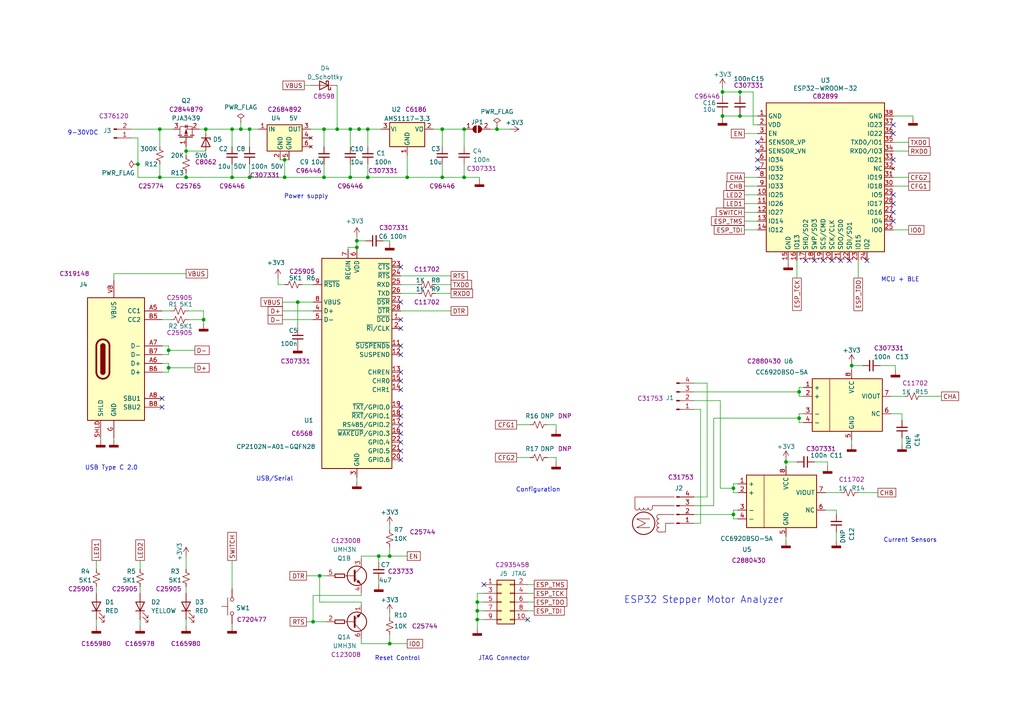
<source format=kicad_sch>
(kicad_sch (version 20211123) (generator eeschema)
  (paper "A4")
  (junction (at 82.55 46.355))
  (junction (at 212.725 141.605))
  (junction (at 48.895 106.68))
  (junction (at 48.895 101.6))
  (junction (at 138.43 177.165))
  (junction (at 93.98 37.465))
  (junction (at 46.355 37.465))
  (junction (at 53.975 51.435))
  (junction (at 97.79 37.465))
  (junction (at 227.965 133.985))
  (junction (at 209.55 33.655))
  (junction (at 113.03 186.69))
  (junction (at 144.145 37.465))
  (junction (at 138.43 174.625))
  (junction (at 106.68 37.465))
  (junction (at 40.005 47.625))
  (junction (at 212.725 149.225))
  (junction (at 59.055 92.71))
  (junction (at 103.505 71.755))
  (junction (at 231.775 113.665))
  (junction (at 109.855 161.29))
  (junction (at 138.43 179.705))
  (junction (at 72.39 51.435))
  (junction (at 69.85 37.465))
  (junction (at 247.015 106.045))
  (junction (at 101.6 51.435))
  (junction (at 72.39 37.465))
  (junction (at 214.63 33.655))
  (junction (at 103.505 69.85))
  (junction (at 134.62 37.465))
  (junction (at 93.98 51.435))
  (junction (at 113.03 161.29))
  (junction (at 134.62 51.435))
  (junction (at 214.63 26.67))
  (junction (at 90.805 180.34))
  (junction (at 101.6 37.465))
  (junction (at 209.55 26.67))
  (junction (at 118.11 51.435))
  (junction (at 59.69 37.465))
  (junction (at 128.27 37.465))
  (junction (at 53.975 43.815))
  (junction (at 106.68 51.435))
  (junction (at 128.27 51.435))
  (junction (at 92.71 167.005))
  (junction (at 67.31 51.435))
  (junction (at 46.355 51.435))
  (junction (at 231.775 121.285))
  (junction (at 104.14 37.465))
  (junction (at 82.55 51.435))
  (junction (at 67.31 37.465))
  (junction (at 86.36 87.63))
  (no_connect (at 219.71 48.895))
  (no_connect (at 219.71 41.275))
  (no_connect (at 219.71 43.815))
  (no_connect (at 219.71 46.355))
  (no_connect (at 233.68 75.565))
  (no_connect (at 236.22 75.565))
  (no_connect (at 259.08 46.355))
  (no_connect (at 259.08 38.735))
  (no_connect (at 259.08 36.195))
  (no_connect (at 238.76 75.565))
  (no_connect (at 241.3 75.565))
  (no_connect (at 243.84 75.565))
  (no_connect (at 246.38 75.565))
  (no_connect (at 259.08 56.515))
  (no_connect (at 259.08 64.135))
  (no_connect (at 259.08 61.595))
  (no_connect (at 259.08 59.055))
  (no_connect (at 116.205 130.81))
  (no_connect (at 116.205 77.47))
  (no_connect (at 46.99 118.11))
  (no_connect (at 251.46 75.565))
  (no_connect (at 46.99 115.57))
  (no_connect (at 116.205 118.11))
  (no_connect (at 116.205 87.63))
  (no_connect (at 116.205 120.65))
  (no_connect (at 116.205 125.73))
  (no_connect (at 116.205 123.19))
  (no_connect (at 116.205 95.25))
  (no_connect (at 116.205 128.27))
  (no_connect (at 116.205 107.95))
  (no_connect (at 116.205 133.35))
  (no_connect (at 116.205 92.71))
  (no_connect (at 116.205 100.33))
  (no_connect (at 153.035 179.705))
  (no_connect (at 116.205 113.03))
  (no_connect (at 140.335 169.545))
  (no_connect (at 116.205 110.49))
  (no_connect (at 116.205 102.87))
  (wire (pts (xy 53.975 43.815) (xy 59.69 43.815)))
  (wire (pts (xy 90.805 180.34) (xy 94.615 180.34)))
  (wire (pts (xy 228.6 75.565) (xy 228.6 76.2)))
  (wire (pts (xy 104.775 185.42) (xy 104.775 186.69)))
  (wire (pts (xy 212.725 142.875) (xy 213.995 142.875)))
  (wire (pts (xy 259.08 43.815) (xy 263.525 43.815)))
  (wire (pts (xy 248.92 75.565) (xy 248.92 80.645)))
  (wire (pts (xy 213.995 140.335) (xy 212.725 140.335)))
  (wire (pts (xy 201.295 151.765) (xy 203.2 151.765)))
  (wire (pts (xy 247.015 127.635) (xy 247.015 128.905)))
  (wire (pts (xy 214.63 33.02) (xy 214.63 33.655)))
  (wire (pts (xy 29.21 127) (xy 29.21 127.635)))
  (wire (pts (xy 81.915 87.63) (xy 86.36 87.63)))
  (wire (pts (xy 134.62 51.435) (xy 139.065 51.435)))
  (wire (pts (xy 86.36 87.63) (xy 90.805 87.63)))
  (wire (pts (xy 100.965 71.755) (xy 100.965 72.39)))
  (wire (pts (xy 258.445 114.935) (xy 262.255 114.935)))
  (wire (pts (xy 53.975 165.1) (xy 53.975 161.29)))
  (wire (pts (xy 128.27 47.625) (xy 128.27 51.435)))
  (wire (pts (xy 72.39 37.465) (xy 74.93 37.465)))
  (wire (pts (xy 233.045 120.015) (xy 231.775 120.015)))
  (wire (pts (xy 109.855 161.29) (xy 109.855 163.195)))
  (wire (pts (xy 219.71 36.195) (xy 218.44 36.195)))
  (wire (pts (xy 138.43 172.085) (xy 138.43 174.625)))
  (wire (pts (xy 144.145 37.465) (xy 147.955 37.465)))
  (wire (pts (xy 149.86 132.715) (xy 153.67 132.715)))
  (wire (pts (xy 153.035 177.165) (xy 154.94 177.165)))
  (wire (pts (xy 48.895 105.41) (xy 48.895 106.68)))
  (wire (pts (xy 248.92 142.875) (xy 254.635 142.875)))
  (wire (pts (xy 267.335 114.935) (xy 273.05 114.935)))
  (wire (pts (xy 93.98 47.625) (xy 93.98 51.435)))
  (wire (pts (xy 106.045 69.85) (xy 103.505 69.85)))
  (wire (pts (xy 67.31 37.465) (xy 69.85 37.465)))
  (wire (pts (xy 118.11 51.435) (xy 128.27 51.435)))
  (wire (pts (xy 231.775 120.015) (xy 231.775 121.285)))
  (wire (pts (xy 227.965 155.575) (xy 227.965 156.845)))
  (wire (pts (xy 87.63 82.55) (xy 90.805 82.55)))
  (wire (pts (xy 48.895 106.68) (xy 48.895 107.95)))
  (wire (pts (xy 59.055 92.71) (xy 59.055 90.17)))
  (wire (pts (xy 97.79 24.765) (xy 97.79 37.465)))
  (wire (pts (xy 134.62 47.625) (xy 134.62 51.435)))
  (wire (pts (xy 207.01 121.285) (xy 231.775 121.285)))
  (wire (pts (xy 72.39 37.465) (xy 72.39 42.545)))
  (wire (pts (xy 139.065 51.435) (xy 139.065 52.07)))
  (wire (pts (xy 59.055 92.71) (xy 59.055 93.98)))
  (wire (pts (xy 231.775 122.555) (xy 233.045 122.555)))
  (wire (pts (xy 40.64 179.705) (xy 40.64 181.61)))
  (wire (pts (xy 113.03 161.29) (xy 118.11 161.29)))
  (wire (pts (xy 90.17 37.465) (xy 93.98 37.465)))
  (wire (pts (xy 88.9 180.34) (xy 90.805 180.34)))
  (wire (pts (xy 209.55 27.94) (xy 209.55 26.67)))
  (wire (pts (xy 101.6 42.545) (xy 101.6 37.465)))
  (wire (pts (xy 53.975 43.815) (xy 53.975 45.085)))
  (wire (pts (xy 69.85 37.465) (xy 72.39 37.465)))
  (wire (pts (xy 259.08 51.435) (xy 263.525 51.435)))
  (wire (pts (xy 40.005 40.005) (xy 40.005 47.625)))
  (wire (pts (xy 53.975 51.435) (xy 67.31 51.435)))
  (wire (pts (xy 59.69 37.465) (xy 67.31 37.465)))
  (wire (pts (xy 82.55 51.435) (xy 93.98 51.435)))
  (wire (pts (xy 239.395 147.955) (xy 242.57 147.955)))
  (wire (pts (xy 46.355 37.465) (xy 46.355 42.545)))
  (wire (pts (xy 231.775 112.395) (xy 231.775 113.665)))
  (wire (pts (xy 201.295 111.125) (xy 205.105 111.125)))
  (wire (pts (xy 242.57 154.305) (xy 242.57 156.845)))
  (wire (pts (xy 259.08 66.675) (xy 263.525 66.675)))
  (wire (pts (xy 93.98 42.545) (xy 93.98 37.465)))
  (wire (pts (xy 33.02 79.375) (xy 53.975 79.375)))
  (wire (pts (xy 103.505 71.755) (xy 103.505 72.39)))
  (wire (pts (xy 233.045 112.395) (xy 231.775 112.395)))
  (wire (pts (xy 67.31 37.465) (xy 67.31 42.545)))
  (wire (pts (xy 92.71 167.005) (xy 94.615 167.005)))
  (wire (pts (xy 113.03 177.8) (xy 113.03 179.07)))
  (wire (pts (xy 88.265 24.765) (xy 90.17 24.765)))
  (wire (pts (xy 113.03 158.75) (xy 113.03 161.29)))
  (wire (pts (xy 40.005 51.435) (xy 46.355 51.435)))
  (wire (pts (xy 103.505 138.43) (xy 103.505 139.7)))
  (wire (pts (xy 27.94 170.18) (xy 27.94 172.085)))
  (wire (pts (xy 27.94 165.1) (xy 27.94 162.56)))
  (wire (pts (xy 106.68 47.625) (xy 106.68 51.435)))
  (wire (pts (xy 48.895 100.33) (xy 48.895 101.6)))
  (wire (pts (xy 161.29 123.19) (xy 161.29 124.46)))
  (wire (pts (xy 255.27 106.045) (xy 259.715 106.045)))
  (wire (pts (xy 104.775 175.26) (xy 104.775 174.625)))
  (wire (pts (xy 209.55 26.67) (xy 214.63 26.67)))
  (wire (pts (xy 231.775 121.285) (xy 231.775 122.555)))
  (wire (pts (xy 138.43 179.705) (xy 140.335 179.705)))
  (wire (pts (xy 82.55 46.355) (xy 82.55 51.435)))
  (wire (pts (xy 67.31 51.435) (xy 72.39 51.435)))
  (wire (pts (xy 126.365 82.55) (xy 130.81 82.55)))
  (wire (pts (xy 227.965 133.985) (xy 227.965 135.255)))
  (wire (pts (xy 53.975 179.705) (xy 53.975 181.61)))
  (wire (pts (xy 103.505 69.85) (xy 103.505 71.755)))
  (wire (pts (xy 259.715 106.045) (xy 259.715 107.315)))
  (wire (pts (xy 50.165 37.465) (xy 46.355 37.465)))
  (wire (pts (xy 90.805 90.17) (xy 81.915 90.17)))
  (wire (pts (xy 258.445 120.015) (xy 261.62 120.015)))
  (wire (pts (xy 46.99 100.33) (xy 48.895 100.33)))
  (wire (pts (xy 113.03 186.69) (xy 118.11 186.69)))
  (wire (pts (xy 209.55 25.4) (xy 209.55 26.67)))
  (wire (pts (xy 86.36 95.25) (xy 86.36 87.63)))
  (wire (pts (xy 207.01 146.685) (xy 207.01 121.285)))
  (wire (pts (xy 116.205 82.55) (xy 121.285 82.55)))
  (wire (pts (xy 116.205 90.17) (xy 130.81 90.17)))
  (wire (pts (xy 144.145 36.83) (xy 144.145 37.465)))
  (wire (pts (xy 90.805 172.72) (xy 90.805 180.34)))
  (wire (pts (xy 201.295 118.745) (xy 203.2 118.745)))
  (wire (pts (xy 106.68 51.435) (xy 118.11 51.435)))
  (wire (pts (xy 138.43 177.165) (xy 138.43 179.705)))
  (wire (pts (xy 59.69 37.465) (xy 59.69 38.735)))
  (wire (pts (xy 215.9 51.435) (xy 219.71 51.435)))
  (wire (pts (xy 219.71 56.515) (xy 215.9 56.515)))
  (wire (pts (xy 46.355 47.625) (xy 46.355 51.435)))
  (wire (pts (xy 227.965 133.985) (xy 231.14 133.985)))
  (wire (pts (xy 48.895 107.95) (xy 46.99 107.95)))
  (wire (pts (xy 101.6 37.465) (xy 104.14 37.465)))
  (wire (pts (xy 209.55 33.02) (xy 209.55 33.655)))
  (wire (pts (xy 54.61 92.71) (xy 59.055 92.71)))
  (wire (pts (xy 212.725 150.495) (xy 213.995 150.495)))
  (wire (pts (xy 113.03 152.4) (xy 113.03 153.67)))
  (wire (pts (xy 247.015 106.045) (xy 247.015 107.315)))
  (wire (pts (xy 247.015 105.41) (xy 247.015 106.045)))
  (wire (pts (xy 53.975 50.165) (xy 53.975 51.435)))
  (wire (pts (xy 259.08 53.975) (xy 263.525 53.975)))
  (wire (pts (xy 231.775 114.935) (xy 233.045 114.935)))
  (wire (pts (xy 57.785 37.465) (xy 59.69 37.465)))
  (wire (pts (xy 153.035 169.545) (xy 154.94 169.545)))
  (wire (pts (xy 46.355 37.465) (xy 38.1 37.465)))
  (wire (pts (xy 158.75 132.715) (xy 161.29 132.715)))
  (wire (pts (xy 53.975 170.18) (xy 53.975 172.085)))
  (wire (pts (xy 209.55 33.655) (xy 214.63 33.655)))
  (wire (pts (xy 142.24 37.465) (xy 144.145 37.465)))
  (wire (pts (xy 80.645 82.55) (xy 80.645 80.645)))
  (wire (pts (xy 48.895 101.6) (xy 56.515 101.6)))
  (wire (pts (xy 134.62 42.545) (xy 134.62 37.465)))
  (wire (pts (xy 161.29 132.715) (xy 161.29 133.985)))
  (wire (pts (xy 261.62 120.015) (xy 261.62 121.92)))
  (wire (pts (xy 46.99 105.41) (xy 48.895 105.41)))
  (wire (pts (xy 48.895 101.6) (xy 48.895 102.87)))
  (wire (pts (xy 215.9 59.055) (xy 219.71 59.055)))
  (wire (pts (xy 201.295 149.225) (xy 212.725 149.225)))
  (wire (pts (xy 72.39 47.625) (xy 72.39 51.435)))
  (wire (pts (xy 205.105 111.125) (xy 205.105 144.145)))
  (wire (pts (xy 213.995 147.955) (xy 212.725 147.955)))
  (wire (pts (xy 128.27 42.545) (xy 128.27 37.465)))
  (wire (pts (xy 54.61 90.17) (xy 59.055 90.17)))
  (wire (pts (xy 149.86 123.19) (xy 153.67 123.19)))
  (wire (pts (xy 212.725 140.335) (xy 212.725 141.605)))
  (wire (pts (xy 48.895 102.87) (xy 46.99 102.87)))
  (wire (pts (xy 215.9 64.135) (xy 219.71 64.135)))
  (wire (pts (xy 106.68 37.465) (xy 110.49 37.465)))
  (wire (pts (xy 82.55 82.55) (xy 80.645 82.55)))
  (wire (pts (xy 138.43 177.165) (xy 140.335 177.165)))
  (wire (pts (xy 208.915 141.605) (xy 212.725 141.605)))
  (wire (pts (xy 88.9 167.005) (xy 92.71 167.005)))
  (wire (pts (xy 239.395 142.875) (xy 243.84 142.875)))
  (wire (pts (xy 93.98 37.465) (xy 97.79 37.465)))
  (wire (pts (xy 215.9 38.735) (xy 219.71 38.735)))
  (wire (pts (xy 33.02 79.375) (xy 33.02 81.28)))
  (wire (pts (xy 128.27 51.435) (xy 134.62 51.435)))
  (wire (pts (xy 236.22 133.985) (xy 240.03 133.985)))
  (wire (pts (xy 67.31 47.625) (xy 67.31 51.435)))
  (wire (pts (xy 90.805 92.71) (xy 81.915 92.71)))
  (wire (pts (xy 46.99 90.17) (xy 49.53 90.17)))
  (wire (pts (xy 104.775 172.72) (xy 104.775 172.085)))
  (wire (pts (xy 231.14 75.565) (xy 231.14 80.645)))
  (wire (pts (xy 92.71 174.625) (xy 92.71 167.005)))
  (wire (pts (xy 104.775 161.29) (xy 109.855 161.29)))
  (wire (pts (xy 48.895 106.68) (xy 56.515 106.68)))
  (wire (pts (xy 219.71 66.675) (xy 215.9 66.675)))
  (wire (pts (xy 116.205 80.01) (xy 130.81 80.01)))
  (wire (pts (xy 40.64 170.18) (xy 40.64 172.085)))
  (wire (pts (xy 138.43 174.625) (xy 138.43 177.165)))
  (wire (pts (xy 201.295 146.685) (xy 207.01 146.685)))
  (wire (pts (xy 104.14 36.83) (xy 104.14 37.465)))
  (wire (pts (xy 109.855 161.29) (xy 113.03 161.29)))
  (wire (pts (xy 104.775 161.925) (xy 104.775 161.29)))
  (wire (pts (xy 118.11 45.085) (xy 118.11 51.435)))
  (wire (pts (xy 116.205 85.09) (xy 121.285 85.09)))
  (wire (pts (xy 205.105 144.145) (xy 201.295 144.145)))
  (wire (pts (xy 214.63 27.94) (xy 214.63 26.67)))
  (wire (pts (xy 82.55 46.355) (xy 83.82 46.355)))
  (wire (pts (xy 67.31 170.815) (xy 67.31 162.56)))
  (wire (pts (xy 103.505 71.755) (xy 100.965 71.755)))
  (wire (pts (xy 138.43 179.705) (xy 138.43 182.245)))
  (wire (pts (xy 264.795 33.655) (xy 264.795 34.29)))
  (wire (pts (xy 214.63 33.655) (xy 219.71 33.655)))
  (wire (pts (xy 227.965 133.35) (xy 227.965 133.985)))
  (wire (pts (xy 259.08 41.275) (xy 263.525 41.275)))
  (wire (pts (xy 104.14 37.465) (xy 106.68 37.465)))
  (wire (pts (xy 111.125 69.85) (xy 113.03 69.85)))
  (wire (pts (xy 69.85 35.56) (xy 69.85 37.465)))
  (wire (pts (xy 158.75 123.19) (xy 161.29 123.19)))
  (wire (pts (xy 101.6 51.435) (xy 106.68 51.435)))
  (wire (pts (xy 104.775 172.72) (xy 90.805 172.72)))
  (wire (pts (xy 38.1 40.005) (xy 40.005 40.005)))
  (wire (pts (xy 218.44 26.67) (xy 218.44 36.195)))
  (wire (pts (xy 201.295 113.665) (xy 231.775 113.665)))
  (wire (pts (xy 153.035 174.625) (xy 154.94 174.625)))
  (wire (pts (xy 103.505 68.58) (xy 103.505 69.85)))
  (wire (pts (xy 67.31 180.975) (xy 67.31 181.61)))
  (wire (pts (xy 259.08 33.655) (xy 264.795 33.655)))
  (wire (pts (xy 40.64 165.1) (xy 40.64 162.56)))
  (wire (pts (xy 203.2 118.745) (xy 203.2 151.765)))
  (wire (pts (xy 40.005 47.625) (xy 40.005 51.435)))
  (wire (pts (xy 215.9 53.975) (xy 219.71 53.975)))
  (wire (pts (xy 93.98 51.435) (xy 101.6 51.435)))
  (wire (pts (xy 106.68 37.465) (xy 106.68 42.545)))
  (wire (pts (xy 140.335 172.085) (xy 138.43 172.085)))
  (wire (pts (xy 46.355 51.435) (xy 53.975 51.435)))
  (wire (pts (xy 212.725 147.955) (xy 212.725 149.225)))
  (wire (pts (xy 214.63 26.67) (xy 218.44 26.67)))
  (wire (pts (xy 247.015 106.045) (xy 250.19 106.045)))
  (wire (pts (xy 97.79 37.465) (xy 101.6 37.465)))
  (wire (pts (xy 128.27 37.465) (xy 134.62 37.465)))
  (wire (pts (xy 212.725 141.605) (xy 212.725 142.875)))
  (wire (pts (xy 231.775 113.665) (xy 231.775 114.935)))
  (wire (pts (xy 261.62 127) (xy 261.62 128.905)))
  (wire (pts (xy 113.03 184.15) (xy 113.03 186.69)))
  (wire (pts (xy 215.9 61.595) (xy 219.71 61.595)))
  (wire (pts (xy 53.975 42.545) (xy 53.975 43.815)))
  (wire (pts (xy 109.855 168.275) (xy 109.855 169.545)))
  (wire (pts (xy 125.73 37.465) (xy 128.27 37.465)))
  (wire (pts (xy 104.775 174.625) (xy 92.71 174.625)))
  (wire (pts (xy 242.57 147.955) (xy 242.57 149.225)))
  (wire (pts (xy 240.03 133.985) (xy 240.03 135.255)))
  (wire (pts (xy 153.035 172.085) (xy 154.94 172.085)))
  (wire (pts (xy 201.295 116.205) (xy 208.915 116.205)))
  (wire (pts (xy 104.775 186.69) (xy 113.03 186.69)))
  (wire (pts (xy 208.915 116.205) (xy 208.915 141.605)))
  (wire (pts (xy 72.39 51.435) (xy 82.55 51.435)))
  (wire (pts (xy 138.43 174.625) (xy 140.335 174.625)))
  (wire (pts (xy 101.6 47.625) (xy 101.6 51.435)))
  (wire (pts (xy 81.28 46.355) (xy 82.55 46.355)))
  (wire (pts (xy 27.94 179.705) (xy 27.94 181.61)))
  (wire (pts (xy 126.365 85.09) (xy 130.81 85.09)))
  (wire (pts (xy 113.03 69.85) (xy 113.03 70.485)))
  (wire (pts (xy 33.02 127) (xy 33.02 127.635)))
  (wire (pts (xy 209.55 33.655) (xy 209.55 34.29)))
  (wire (pts (xy 212.725 149.225) (xy 212.725 150.495)))
  (wire (pts (xy 46.99 92.71) (xy 49.53 92.71)))
  (text "Current Sensors" (at 271.78 157.48 180) (effects (font (size 1.27 1.27)) (justify right bottom)))
  (text "JTAG Connector" (at 153.67 191.77 180) (effects (font (size 1.27 1.27)) (justify right bottom)))
  (text "Configuration" (at 162.56 142.875 180) (effects (font (size 1.27 1.27)) (justify right bottom)))
  (text "USB Type C 2.0" (at 40.005 136.525 180) (effects (font (size 1.27 1.27)) (justify right bottom)))
  (text "9-30VDC" (at 28.575 39.37 180) (effects (font (size 1.27 1.27)) (justify right bottom)))
  (text "USB/Serial" (at 85.09 139.7 180) (effects (font (size 1.27 1.27)) (justify right bottom)))
  (text "Reset Control" (at 121.92 191.77 180) (effects (font (size 1.27 1.27)) (justify right bottom)))
  (text "MCU + BLE" (at 266.7 81.915 180) (effects (font (size 1.27 1.27)) (justify right bottom)))
  (text "Power supply" (at 95.25 57.785 180) (effects (font (size 1.27 1.27)) (justify right bottom)))
  (text "ESP32 Stepper Motor Analyzer" (at 227.33 175.26 180) (effects (font (size 2 2)) (justify right bottom)))
  (global_label "ESP_TDO" (shape passive) (at 248.92 80.645 270) (property "Intersheet References" "${INTERSHEET_REFS}" (effects hide)))
  (global_label "ESP_TMS" (shape passive) (at 154.94 169.545 0) (property "Intersheet References" "${INTERSHEET_REFS}" (effects hide)))
  (global_label "CHB" (shape passive) (at 215.9 53.975 180) (property "Intersheet References" "${INTERSHEET_REFS}" (effects hide)))
  (global_label "CHA" (shape passive) (at 273.05 114.935 0) (property "Intersheet References" "${INTERSHEET_REFS}" (effects hide)))
  (global_label "IO0" (shape passive) (at 118.11 186.69 0) (property "Intersheet References" "${INTERSHEET_REFS}" (effects hide)))
  (global_label "DTR" (shape passive) (at 130.81 90.17 0) (property "Intersheet References" "${INTERSHEET_REFS}" (effects hide)))
  (global_label "EN" (shape passive) (at 215.9 38.735 180) (property "Intersheet References" "${INTERSHEET_REFS}" (effects hide)))
  (global_label "LED1" (shape passive) (at 215.9 59.055 180) (property "Intersheet References" "${INTERSHEET_REFS}" (effects hide)))
  (global_label "ESP_TDI" (shape passive) (at 215.9 66.675 180) (property "Intersheet References" "${INTERSHEET_REFS}" (effects hide)))
  (global_label "LED2" (shape passive) (at 215.9 56.515 180) (property "Intersheet References" "${INTERSHEET_REFS}" (effects hide)))
  (global_label "D-" (shape passive) (at 81.915 92.71 180) (property "Intersheet References" "${INTERSHEET_REFS}" (effects hide)))
  (global_label "ESP_TCK" (shape passive) (at 231.14 80.645 270) (property "Intersheet References" "${INTERSHEET_REFS}" (effects hide)))
  (global_label "RTS" (shape passive) (at 130.81 80.01 0) (property "Intersheet References" "${INTERSHEET_REFS}" (effects hide)))
  (global_label "ESP_TDO" (shape passive) (at 154.94 174.625 0) (property "Intersheet References" "${INTERSHEET_REFS}" (effects hide)))
  (global_label "ESP_TMS" (shape passive) (at 215.9 64.135 180) (property "Intersheet References" "${INTERSHEET_REFS}" (effects hide)))
  (global_label "SWITCH" (shape passive) (at 215.9 61.595 180) (property "Intersheet References" "${INTERSHEET_REFS}" (effects hide)))
  (global_label "D+" (shape passive) (at 56.515 106.68 0) (property "Intersheet References" "${INTERSHEET_REFS}" (effects hide)))
  (global_label "ESP_TDI" (shape passive) (at 154.94 177.165 0) (property "Intersheet References" "${INTERSHEET_REFS}" (effects hide)))
  (global_label "CFG2" (shape passive) (at 149.86 132.715 180) (property "Intersheet References" "${INTERSHEET_REFS}" (effects hide)))
  (global_label "D-" (shape passive) (at 56.515 101.6 0) (property "Intersheet References" "${INTERSHEET_REFS}" (effects hide)))
  (global_label "VBUS" (shape passive) (at 53.975 79.375 0) (property "Intersheet References" "${INTERSHEET_REFS}" (effects hide)))
  (global_label "D+" (shape passive) (at 81.915 90.17 180) (property "Intersheet References" "${INTERSHEET_REFS}" (effects hide)))
  (global_label "IO0" (shape passive) (at 263.525 66.675 0) (property "Intersheet References" "${INTERSHEET_REFS}" (effects hide)))
  (global_label "EN" (shape passive) (at 118.11 161.29 0) (property "Intersheet References" "${INTERSHEET_REFS}" (effects hide)))
  (global_label "CFG1" (shape passive) (at 263.525 53.975 0) (property "Intersheet References" "${INTERSHEET_REFS}" (effects hide)))
  (global_label "CHB" (shape passive) (at 254.635 142.875 0) (property "Intersheet References" "${INTERSHEET_REFS}" (effects hide)))
  (global_label "ESP_TCK" (shape passive) (at 154.94 172.085 0) (property "Intersheet References" "${INTERSHEET_REFS}" (effects hide)))
  (global_label "LED1" (shape passive) (at 27.94 162.56 90) (property "Intersheet References" "${INTERSHEET_REFS}" (effects hide)))
  (global_label "SWITCH" (shape passive) (at 67.31 162.56 90) (property "Intersheet References" "${INTERSHEET_REFS}" (effects hide)))
  (global_label "LED2" (shape passive) (at 40.64 162.56 90) (property "Intersheet References" "${INTERSHEET_REFS}" (effects hide)))
  (global_label "RXD0" (shape passive) (at 263.525 43.815 0) (property "Intersheet References" "${INTERSHEET_REFS}" (effects hide)))
  (global_label "TXD0" (shape passive) (at 263.525 41.275 0) (property "Intersheet References" "${INTERSHEET_REFS}" (effects hide)))
  (global_label "RXD0" (shape passive) (at 130.81 85.09 0) (property "Intersheet References" "${INTERSHEET_REFS}" (effects hide)))
  (global_label "VBUS" (shape passive) (at 81.915 87.63 180) (property "Intersheet References" "${INTERSHEET_REFS}" (effects hide)))
  (global_label "CHA" (shape passive) (at 215.9 51.435 180) (property "Intersheet References" "${INTERSHEET_REFS}" (effects hide)))
  (global_label "VBUS" (shape passive) (at 88.265 24.765 180) (property "Intersheet References" "${INTERSHEET_REFS}" (effects hide)))
  (global_label "TXD0" (shape passive) (at 130.81 82.55 0) (property "Intersheet References" "${INTERSHEET_REFS}" (effects hide)))
  (global_label "RTS" (shape passive) (at 88.9 180.34 180) (property "Intersheet References" "${INTERSHEET_REFS}" (effects hide)))
  (global_label "CFG1" (shape passive) (at 149.86 123.19 180) (property "Intersheet References" "${INTERSHEET_REFS}" (effects hide)))
  (global_label "DTR" (shape passive) (at 88.9 167.005 180) (property "Intersheet References" "${INTERSHEET_REFS}" (effects hide)))
  (global_label "CFG2" (shape passive) (at 263.525 51.435 0) (property "Intersheet References" "${INTERSHEET_REFS}" (effects hide)))
  (symbol (lib_id "Device:R_Small_US") (at 52.07 92.71 270) (unit 1)
    (property "Reference" "R2" (at 50.165 94.615 90))
    (property "Value" "5K1" (at 53.975 94.615 90))
    (property "Footprint" "Resistor_SMD:R_0402_1005Metric" (effects hide))
    (property "LCSC" "C25905" (at 52.07 96.52 90))
  )
  (symbol (lib_id "Device:R_Small_US") (at 52.07 90.17 270) (unit 1)
    (property "Reference" "R1" (at 50.165 88.265 90))
    (property "Value" "5K1" (at 53.975 88.265 90))
    (property "Footprint" "Resistor_SMD:R_0402_1005Metric" (effects hide))
    (property "LCSC" "C25905" (at 52.07 86.36 90))
  )
  (symbol (lib_id "power:GNDD") (at 59.055 93.98 0) (unit 1)
    (property "Reference" "#PWR0102" (effects hide))
    (property "Value" "GNDD" (effects hide))
  )
  (symbol (lib_id "power:GNDD") (at 33.02 127.635 0) (unit 1)
    (property "Reference" "#PWR0104" (effects hide))
    (property "Value" "GNDD" (effects hide))
  )
  (symbol (lib_id "stepper_monitor:USB_C_Receptacle_USB2.0") (at 31.75 104.14 0) (unit 1)
    (property "Reference" "J4" (at 25.4 82.55 0) (effects (justify right)))
    (property "Value" "USB_C_Receptacle_USB2.0" (effects hide))
    (property "Footprint" "stepper_monitor:USB_C_Receptacle_XKB_U262-16XN-4BVC11" (effects hide))
    (property "Datasheet" "https://www.usb.org/sites/default/files/documents/usb_type-c.zip" (effects hide))
    (property "LCSC" "C319148" (at 21.59 79.375 0))
  )
  (symbol (lib_id "Device:C_Small") (at 128.27 45.085 180) (unit 1)
    (property "Reference" "C3" (at 126.365 43.18 0))
    (property "Value" "10u" (at 126.365 46.99 0))
    (property "Footprint" "Capacitor_SMD:C_0402_1005Metric" (effects hide))
    (property "LCSC" "C96446" (at 128.27 53.975 0))
  )
  (symbol (lib_id "Device:C_Small") (at 106.68 45.085 180) (unit 1)
    (property "Reference" "C1" (at 110.49 44.45 0))
    (property "Value" "100n" (at 111.125 46.99 0))
    (property "Footprint" "Capacitor_SMD:C_0402_1005Metric" (effects hide))
    (property "LCSC" "C307331" (at 111.125 49.53 0))
  )
  (symbol (lib_id "Device:C_Small") (at 134.62 45.085 180) (unit 1)
    (property "Reference" "C4" (at 138.43 43.815 0))
    (property "Value" "100n" (at 139.7 46.355 0))
    (property "Footprint" "Capacitor_SMD:C_0402_1005Metric" (effects hide))
    (property "LCSC" "C307331" (at 139.7 48.895 0))
  )
  (symbol (lib_id "power:GNDD") (at 139.065 52.07 0) (unit 1)
    (property "Reference" "#PWR0107" (effects hide))
    (property "Value" "GNDD" (effects hide))
  )
  (symbol (lib_id "power:+3V3") (at 147.955 37.465 270) (unit 1)
    (property "Reference" "#PWR0108" (effects hide))
    (property "Value" "+3V3" (at 149.225 35.56 90))
  )
  (symbol (lib_id "Device:LED") (at 53.975 175.895 90) (unit 1)
    (property "Reference" "D3" (at 56.515 174.625 90) (effects (justify right)))
    (property "Value" "RED" (at 56.515 177.165 90) (effects (justify right)))
    (property "Footprint" "stepper_probe:LED_0402_1005Metric_Pad0.77x0.64mm_HandSolder" (effects hide))
    (property "LCSC" "C165980" (at 49.53 186.69 90) (effects (justify right)))
  )
  (symbol (lib_id "Device:LED") (at 27.94 175.895 90) (unit 1)
    (property "Reference" "D1" (at 30.48 174.625 90) (effects (justify right)))
    (property "Value" "RED" (at 30.48 177.165 90) (effects (justify right)))
    (property "Footprint" "stepper_probe:LED_0402_1005Metric_Pad0.77x0.64mm_HandSolder" (effects hide))
    (property "LCSC" "C165980" (at 23.495 186.69 90) (effects (justify right)))
  )
  (symbol (lib_id "Device:R_Small_US") (at 53.975 167.64 180) (unit 1)
    (property "Reference" "R3" (at 50.8 165.735 0))
    (property "Value" "5K1" (at 50.8 168.275 0))
    (property "Footprint" "Resistor_SMD:R_0402_1005Metric" (effects hide))
    (property "LCSC" "C25905" (at 48.895 170.815 0))
  )
  (symbol (lib_id "Device:R_Small_US") (at 27.94 167.64 180) (unit 1)
    (property "Reference" "R4" (at 24.765 165.735 0))
    (property "Value" "5K1" (at 24.765 168.275 0))
    (property "Footprint" "Resistor_SMD:R_0402_1005Metric" (effects hide))
    (property "LCSC" "C25905" (at 23.495 170.815 0))
  )
  (symbol (lib_id "power:GNDD") (at 53.975 181.61 0) (unit 1)
    (property "Reference" "#PWR0109" (effects hide))
    (property "Value" "GNDD" (effects hide))
  )
  (symbol (lib_id "power:GNDD") (at 27.94 181.61 0) (unit 1)
    (property "Reference" "#PWR0110" (effects hide))
    (property "Value" "GNDD" (effects hide))
  )
  (symbol (lib_id "Device:LED") (at 40.64 175.895 90) (unit 1)
    (property "Reference" "D2" (at 43.815 174.625 90) (effects (justify right)))
    (property "Value" "YELLOW" (at 43.815 177.165 90) (effects (justify right)))
    (property "Footprint" "stepper_probe:LED_0402_1005Metric_Pad0.77x0.64mm_HandSolder" (effects hide))
    (property "LCSC" "C165978" (at 36.195 186.69 90) (effects (justify right)))
  )
  (symbol (lib_id "Device:R_Small_US") (at 40.64 167.64 180) (unit 1)
    (property "Reference" "R5" (at 38.1 165.735 0))
    (property "Value" "5K1" (at 37.465 168.275 0))
    (property "Footprint" "Resistor_SMD:R_0402_1005Metric" (effects hide))
    (property "LCSC" "C25905" (at 36.195 170.815 0))
  )
  (symbol (lib_id "power:GNDD") (at 40.64 181.61 0) (unit 1)
    (property "Reference" "#PWR0111" (effects hide))
    (property "Value" "GNDD" (effects hide))
  )
  (symbol (lib_id "power:+3V3") (at 53.975 161.29 0) (unit 1)
    (property "Reference" "#PWR0112" (effects hide))
    (property "Value" "+3V3" (at 52.07 160.02 90))
  )
  (symbol (lib_id "stepper_monitor:ESP32-WROOM-32D") (at 269.24 57.785 0) (unit 1)
    (property "Reference" "U3" (at 239.395 23.3172 0))
    (property "Value" "ESP32-WROOM-32" (at 239.395 25.6286 0))
    (property "Footprint" "stepper_monitor:ESP32-WROOM-32" (effects hide))
    (property "Datasheet" "https://www.espressif.com/sites/default/files/documentation/esp32-wroom-32d_esp32-wroom-32u_datasheet_en.pdf" (effects hide))
    (property "LCSC" "C82899" (at 239.395 27.94 0))
  )
  (symbol (lib_id "power:GNDD") (at 228.6 76.2 0) (unit 1)
    (property "Reference" "#PWR07" (effects hide))
    (property "Value" "GNDD" (effects hide))
  )
  (symbol (lib_id "power:GNDD") (at 264.795 34.29 0) (unit 1)
    (property "Reference" "#PWR08" (effects hide))
    (property "Value" "GNDD" (effects hide))
  )
  (symbol (lib_id "power:+3V3") (at 209.55 25.4 0) (unit 1)
    (property "Reference" "#PWR06" (effects hide))
    (property "Value" "+3V3" (at 209.55 21.59 0))
  )
  (symbol (lib_id "stepper_monitor-rescue:CP2102N-A01-GQFN28-Interface_USB") (at 103.505 105.41 0) (unit 1)
    (property "Reference" "U1" (at 89.535 121.92 0))
    (property "Value" "CP2102N-A01-GQFN28" (at 80.01 129.54 0))
    (property "Footprint" "stepper_monitor:QFN-28-1EP_5x5mm_P0.5mm_EP3.35x3.35mm" (effects hide))
    (property "Datasheet" "https://www.silabs.com/documents/public/data-sheets/cp2102n-datasheet.pdf" (effects hide))
    (property "LCSC" "C6568" (at 87.63 125.73 0))
  )
  (symbol (lib_id "power:GNDD") (at 103.505 139.7 0) (unit 1)
    (property "Reference" "#PWR03" (effects hide))
    (property "Value" "GNDD" (effects hide))
  )
  (symbol (lib_id "power:+3V3") (at 103.505 68.58 0) (unit 1)
    (property "Reference" "#PWR02" (effects hide))
    (property "Value" "+3V3" (at 102.87 64.135 0))
  )
  (symbol (lib_id "Device:R_Small_US") (at 85.09 82.55 270) (unit 1)
    (property "Reference" "R6" (at 90.17 80.645 90))
    (property "Value" "5K1" (at 85.725 80.645 90))
    (property "Footprint" "Resistor_SMD:R_0402_1005Metric" (effects hide))
    (property "LCSC" "C25905" (at 87.63 78.74 90))
  )
  (symbol (lib_id "Device:C_Small") (at 108.585 69.85 90) (unit 1)
    (property "Reference" "C6" (at 111.125 68.58 90))
    (property "Value" "100n" (at 115.57 68.58 90))
    (property "Footprint" "Capacitor_SMD:C_0402_1005Metric" (effects hide))
    (property "LCSC" "C307331" (at 114.3 66.04 90))
  )
  (symbol (lib_id "Device:C_Small") (at 86.36 97.79 180) (unit 1)
    (property "Reference" "C5" (at 85.09 95.885 0))
    (property "Value" "100n" (at 83.82 99.695 0))
    (property "Footprint" "Capacitor_SMD:C_0402_1005Metric" (effects hide))
    (property "LCSC" "C307331" (at 85.725 104.775 0))
  )
  (symbol (lib_id "power:GNDD") (at 86.36 100.33 0) (unit 1)
    (property "Reference" "#PWR01" (effects hide))
    (property "Value" "GNDD" (effects hide))
  )
  (symbol (lib_id "power:GNDD") (at 113.03 70.485 0) (unit 1)
    (property "Reference" "#PWR04" (effects hide))
    (property "Value" "GNDD" (effects hide))
  )
  (symbol (lib_id "Device:R_Small_US") (at 156.21 132.715 90) (unit 1)
    (property "Reference" "R17" (at 154.305 130.175 90))
    (property "Value" "DNP" (at 158.75 130.175 90))
    (property "Footprint" "Resistor_SMD:R_0402_1005Metric" (effects hide))
    (property "LCSC" "DNP" (at 163.83 130.175 90))
  )
  (symbol (lib_id "power:PWR_FLAG") (at 69.85 35.56 0) (unit 1)
    (property "Reference" "#FLG0103" (effects hide))
    (property "Value" "PWR_FLAG" (at 69.85 31.115 0))
  )
  (symbol (lib_id "Device:C_Small") (at 101.6 45.085 180) (unit 1)
    (property "Reference" "C10" (at 103.505 43.18 0))
    (property "Value" "10u" (at 103.505 46.99 0))
    (property "Footprint" "Capacitor_SMD:C_0402_1005Metric" (effects hide))
    (property "LCSC" "C96446" (at 101.6 53.975 0))
  )
  (symbol (lib_id "power:GNDD") (at 227.965 156.845 0) (unit 1)
    (property "Reference" "#PWR011" (effects hide))
    (property "Value" "GNDD" (effects hide))
  )
  (symbol (lib_id "power:GNDD") (at 261.62 128.905 0) (unit 1)
    (property "Reference" "#PWR017" (effects hide))
    (property "Value" "GNDD" (effects hide))
  )
  (symbol (lib_id "Device:C_Small") (at 214.63 30.48 0) (unit 1)
    (property "Reference" "C15" (at 219.71 22.86 0))
    (property "Value" "100n" (at 215.265 22.86 0))
    (property "Footprint" "Capacitor_SMD:C_0402_1005Metric" (effects hide))
    (property "LCSC" "C307331" (at 217.17 24.765 0))
  )
  (symbol (lib_id "Regulator_Linear:AMS1117-3.3") (at 118.11 37.465 0) (unit 1)
    (property "Reference" "U2" (at 114.935 31.75 0))
    (property "Value" "AMS1117-3.3" (at 118.11 34.3971 0))
    (property "Footprint" "stepper_monitor:SOT-223-3_TabPin2" (effects hide))
    (property "Datasheet" "http://www.advanced-monolithic.com/pdf/ds1117.pdf" (effects hide))
    (property "LCSC" "C6186" (at 120.65 31.75 0))
  )
  (symbol (lib_id "power:GNDD") (at 161.29 133.985 0) (unit 1)
    (property "Reference" "#PWR0125" (effects hide))
    (property "Value" "GNDD" (effects hide))
  )
  (symbol (lib_id "power:GNDD") (at 67.31 181.61 0) (unit 1)
    (property "Reference" "#PWR09" (effects hide))
    (property "Value" "GNDD" (effects hide))
  )
  (symbol (lib_id "Device:C_Small") (at 72.39 45.085 180) (unit 1)
    (property "Reference" "C8" (at 69.85 43.18 0))
    (property "Value" "100n 50V" (at 77.47 48.26 0))
    (property "Footprint" "Capacitor_SMD:C_0402_1005Metric" (effects hide))
    (property "LCSC" "C307331" (at 76.835 50.8 0))
  )
  (symbol (lib_id "Device:C_Small") (at 67.31 45.085 180) (unit 1)
    (property "Reference" "C2" (at 64.77 43.18 0))
    (property "Value" "10u 50V" (at 67.31 48.26 0))
    (property "Footprint" "Capacitor_SMD:C_0402_1005Metric" (effects hide))
    (property "LCSC" "C96446" (at 67.31 53.975 0))
  )
  (symbol (lib_id "power:GNDD") (at 259.715 107.315 0) (unit 1)
    (property "Reference" "#PWR016" (effects hide))
    (property "Value" "GNDD" (effects hide))
  )
  (symbol (lib_id "Device:R_Small_US") (at 123.825 82.55 270) (unit 1)
    (property "Reference" "R8" (at 126.365 81.28 90))
    (property "Value" "1K" (at 121.92 81.28 90))
    (property "Footprint" "Resistor_SMD:R_0402_1005Metric" (effects hide))
    (property "LCSC" "C11702" (at 123.825 78.105 90))
  )
  (symbol (lib_id "power:+3V3") (at 247.015 105.41 0) (unit 1)
    (property "Reference" "#PWR014" (effects hide))
    (property "Value" "+3V3" (at 247.015 101.6 0))
  )
  (symbol (lib_id "power:GNDD") (at 242.57 156.845 0) (unit 1)
    (property "Reference" "#PWR013" (effects hide))
    (property "Value" "GNDD" (effects hide))
  )
  (symbol (lib_id "Device:R_Small_US") (at 264.795 114.935 270) (unit 1)
    (property "Reference" "R15" (at 267.335 113.665 90))
    (property "Value" "1K" (at 262.89 113.665 90))
    (property "Footprint" "Resistor_SMD:R_0402_1005Metric" (effects hide))
    (property "LCSC" "C11702" (at 265.43 111.125 90))
  )
  (symbol (lib_id "Device:R_Small_US") (at 53.975 47.625 0) (unit 1)
    (property "Reference" "R13" (at 51.435 50.165 0))
    (property "Value" "20K" (at 51.435 45.085 0))
    (property "Footprint" "Resistor_SMD:R_0402_1005Metric" (effects hide))
    (property "LCSC" "C25765" (at 54.61 53.975 0))
  )
  (symbol (lib_id "Device:C_Small") (at 242.57 151.765 180) (unit 1)
    (property "Reference" "C12" (at 247.015 154.94 90))
    (property "Value" "DNP" (at 244.475 155.575 90))
    (property "Footprint" "Capacitor_SMD:C_0402_1005Metric" (effects hide))
  )
  (symbol (lib_id "Device:C_Small") (at 252.73 106.045 270) (unit 1)
    (property "Reference" "C13" (at 261.62 103.505 90))
    (property "Value" "100n" (at 255.905 103.505 90))
    (property "Footprint" "Capacitor_SMD:C_0402_1005Metric" (effects hide))
    (property "LCSC" "C307331" (at 257.81 100.965 90))
  )
  (symbol (lib_id "stepper_monitor:P_MOSFET") (at 53.975 40.005 90) (unit 1)
    (property "Reference" "Q2" (at 53.975 29.21 90))
    (property "Value" "PJA3439" (at 53.975 34.29 90))
    (property "Footprint" "Package_TO_SOT_SMD:SOT-23" (effects hide))
    (property "Datasheet" "http://www.vishay.com/docs/70209/70209.pdf" (effects hide))
    (property "LCSC" "C2844879" (at 53.975 31.75 90))
  )
  (symbol (lib_id "Device:R_Small_US") (at 113.03 156.21 180) (unit 1)
    (property "Reference" "R7" (at 115.57 153.67 0))
    (property "Value" "10K" (at 116.205 156.21 0))
    (property "Footprint" "Resistor_SMD:R_0402_1005Metric" (effects hide))
    (property "LCSC" "C25744" (at 122.555 154.305 0))
  )
  (symbol (lib_id "Connector:Conn_01x02_Male") (at 33.02 40.005 0) (mirror x) (unit 1)
    (property "Reference" "J3" (at 32.3089 37.9003 0) (effects (justify right)))
    (property "Value" "Conn_01x02_Male" (effects hide))
    (property "Footprint" "stepper_probe:PinHeader_1x02_P2.54mm_Horizontal_JLCPCB" (effects hide))
    (property "LCSC" "C376120" (at 33.02 33.655 0))
  )
  (symbol (lib_id "power:+3V3") (at 113.03 177.8 0) (unit 1)
    (property "Reference" "#PWR0116" (effects hide))
    (property "Value" "+3V3" (at 113.03 173.99 0))
  )
  (symbol (lib_id "Connector_Generic:Conn_02x05_Odd_Even") (at 145.415 174.625 0) (unit 1)
    (property "Reference" "J5" (at 146.05 166.37 0))
    (property "Value" "JTAG" (at 150.495 166.37 0))
    (property "Footprint" "stepper_monitor:PinHeader_2x05_P1.27mm_Vertical_SMD" (effects hide))
    (property "LCSC" "C2935458" (at 148.59 163.83 0))
  )
  (symbol (lib_id "Connector:Conn_01x04_Male") (at 196.215 149.225 0) (mirror x) (unit 1)
    (property "Reference" "J2" (at 198.12 141.605 0) (effects (justify right)))
    (property "Value" "Conn_01x04_Male" (effects hide))
    (property "Footprint" "stepper_probe:connector_4pins_horizontal" (effects hide))
    (property "LCSC" "C31753" (at 197.485 138.43 0))
  )
  (symbol (lib_id "power:GNDD") (at 29.21 127.635 0) (unit 1)
    (property "Reference" "#PWR0101" (effects hide))
    (property "Value" "GNDD" (effects hide))
  )
  (symbol (lib_id "stepper_monitor:Motor-simple_stepper_motor_analyzer") (at 189.23 151.765 90) (unit 1) (in_bom no) (on_board no)
    (property "Reference" "M1" (effects hide))
    (property "Value" "Motor-simple_stepper_motor_analyzer" (effects hide))
    (property "Footprint" "stepper_monitor:Empty" (effects hide))
  )
  (symbol (lib_id "power:+3V3") (at 113.03 152.4 0) (unit 1)
    (property "Reference" "#PWR0113" (effects hide))
    (property "Value" "+3V3" (at 113.03 148.59 0))
  )
  (symbol (lib_id "power:+3V3") (at 227.965 133.35 0) (unit 1)
    (property "Reference" "#PWR010" (effects hide))
    (property "Value" "+3V3" (at 227.965 129.54 0))
  )
  (symbol (lib_id "power:GNDD") (at 247.015 128.905 0) (unit 1)
    (property "Reference" "#PWR015" (effects hide))
    (property "Value" "GNDD" (effects hide))
  )
  (symbol (lib_id "Device:R_Small_US") (at 113.03 181.61 180) (unit 1)
    (property "Reference" "R10" (at 116.205 178.435 0))
    (property "Value" "10K" (at 116.205 181.61 0))
    (property "Footprint" "Resistor_SMD:R_0402_1005Metric" (effects hide))
    (property "LCSC" "C25744" (at 123.19 181.61 0))
  )
  (symbol (lib_id "Device:R_Small_US") (at 123.825 85.09 270) (unit 1)
    (property "Reference" "R9" (at 126.365 83.82 90))
    (property "Value" "1K" (at 121.92 83.82 90))
    (property "Footprint" "Resistor_SMD:R_0402_1005Metric" (effects hide))
    (property "LCSC" "C11702" (at 123.825 87.63 90))
  )
  (symbol (lib_id "power:GNDD") (at 161.29 124.46 0) (unit 1)
    (property "Reference" "#PWR0126" (effects hide))
    (property "Value" "GNDD" (effects hide))
  )
  (symbol (lib_id "power:GNDD") (at 240.03 135.255 0) (unit 1)
    (property "Reference" "#PWR012" (effects hide))
    (property "Value" "GNDD" (effects hide))
  )
  (symbol (lib_id "stepper_monitor:ACS70331_soic8") (at 229.235 145.415 0) (unit 1)
    (property "Reference" "U5" (at 215.265 159.385 0) (effects (justify left)))
    (property "Value" "CC6920BSO-5A" (at 208.915 156.21 0) (effects (justify left)))
    (property "Footprint" "stepper_monitor:SOIC-8_3.9x4.9mm_P1.27mm" (effects hide))
    (property "LCSC" "C2880430" (at 217.17 162.56 0))
  )
  (symbol (lib_id "Transistor_BJT:UMH3N") (at 99.695 167.005 0) (unit 2)
    (property "Reference" "Q1" (at 97.79 161.925 0) (effects (justify left)))
    (property "Value" "UMH3N" (at 96.52 159.385 0) (effects (justify left)))
    (property "Footprint" "stepper_monitor:SOT-363_SC-70-6" (effects hide))
    (property "Datasheet" "http://rohmfs.rohm.com/en/products/databook/datasheet/discrete/transistor/digital/emh3t2r-e.pdf" (effects hide))
    (property "LCSC" "C123008" (at 100.33 156.845 0))
  )
  (symbol (lib_id "power:GNDD") (at 209.55 34.29 0) (unit 1)
    (property "Reference" "#PWR05" (effects hide))
    (property "Value" "GNDD" (effects hide))
  )
  (symbol (lib_id "Device:C_Small") (at 233.68 133.985 270) (unit 1)
    (property "Reference" "C11" (at 242.57 132.08 90))
    (property "Value" "100n" (at 237.49 132.08 90))
    (property "Footprint" "Capacitor_SMD:C_0402_1005Metric" (effects hide))
    (property "LCSC" "C307331" (at 238.125 130.175 90))
  )
  (symbol (lib_id "Jumper:SolderJumper_2_Open") (at 138.43 37.465 0) (unit 1) (in_bom no)
    (property "Reference" "JP1" (at 138.43 35.4132 0))
    (property "Value" "SolderJumper_2_Open" (effects hide))
    (property "Footprint" "stepper_monitor:SolderJumper-2_P1.3mm_Open_RoundedPad1.0x1.5mm" (effects hide))
  )
  (symbol (lib_id "Device:C_Small") (at 261.62 124.46 180) (unit 1)
    (property "Reference" "C14" (at 266.065 127.635 90))
    (property "Value" "DNP" (at 263.525 128.27 90))
    (property "Footprint" "Capacitor_SMD:C_0402_1005Metric" (effects hide))
  )
  (symbol (lib_id "power:PWR_FLAG") (at 40.005 47.625 90) (unit 1)
    (property "Reference" "#FLG0101" (effects hide))
    (property "Value" "PWR_FLAG" (at 34.29 50.165 90))
  )
  (symbol (lib_id "Device:C_Small") (at 109.855 165.735 180) (unit 1)
    (property "Reference" "C7" (at 111.76 163.83 0))
    (property "Value" "4u7" (at 111.76 168.275 0))
    (property "Footprint" "Capacitor_SMD:C_0402_1005Metric" (effects hide))
    (property "LCSC" "C23733" (at 116.205 165.735 0))
  )
  (symbol (lib_id "power:GNDD") (at 138.43 182.245 0) (unit 1)
    (property "Reference" "#PWR0128" (effects hide))
    (property "Value" "GNDD" (effects hide))
  )
  (symbol (lib_id "Switch:SW_Push") (at 67.31 175.895 90) (unit 1)
    (property "Reference" "SW1" (at 68.453 176.3288 90) (effects (justify right)))
    (property "Value" "SW_Push" (effects hide))
    (property "Footprint" "stepper_probe:SW_Push_SPST_NO_Alps_SKRK" (effects hide))
    (property "LCSC" "C720477" (at 73.025 179.705 90))
  )
  (symbol (lib_id "Device:C_Small") (at 209.55 30.48 180) (unit 1)
    (property "Reference" "C16" (at 205.74 29.845 0))
    (property "Value" "10u" (at 205.74 31.75 0))
    (property "Footprint" "Capacitor_SMD:C_0402_1005Metric" (effects hide))
    (property "LCSC" "C96446" (at 205.105 27.94 0))
  )
  (symbol (lib_id "stepper_probe:DC_DC") (at 82.55 37.465 0) (unit 1)
    (property "Reference" "U4" (at 80.01 34.29 0))
    (property "Value" "5V" (at 85.09 34.29 0))
    (property "Footprint" "stepper_monitor:Converter_DCDC" (effects hide))
    (property "Datasheet" "https://www.recom-power.com/pdf/Innoline/R-78Exx-0.5.pdf" (effects hide))
    (property "LCSC" "C2684892" (at 82.55 31.75 0))
  )
  (symbol (lib_id "Device:R_Small_US") (at 46.355 45.085 0) (unit 1)
    (property "Reference" "R12" (at 43.815 47.625 0))
    (property "Value" "300K" (at 43.18 43.18 0))
    (property "Footprint" "Resistor_SMD:R_0402_1005Metric" (effects hide))
    (property "LCSC" "C25774" (at 43.815 53.975 0))
  )
  (symbol (lib_id "stepper_monitor:zenner") (at 59.69 41.275 270) (unit 1)
    (property "Reference" "D5" (at 61.722 40.4403 90) (effects (justify left)))
    (property "Value" "5V6" (at 56.515 45.085 90) (effects (justify left)))
    (property "Footprint" "stepper_monitor:D_MiniMELF_zenner" (effects hide))
    (property "Datasheet" "http://www.vishay.com/docs/85790/zpy3v9.pdf" (effects hide))
    (property "LCSC" "C8062" (at 59.69 46.99 90))
  )
  (symbol (lib_id "power:PWR_FLAG") (at 144.145 36.83 0) (unit 1)
    (property "Reference" "#FLG0102" (effects hide))
    (property "Value" "PWR_FLAG" (at 144.145 32.385 0))
  )
  (symbol (lib_id "Device:C_Small") (at 93.98 45.085 180) (unit 1)
    (property "Reference" "C9" (at 88.265 46.99 0))
    (property "Value" "10u" (at 92.075 46.99 0))
    (property "Footprint" "Capacitor_SMD:C_0402_1005Metric" (effects hide))
    (property "LCSC" "C96446" (at 89.535 49.53 0))
  )
  (symbol (lib_id "stepper_monitor:ACS70331_soic8") (at 248.285 117.475 0) (unit 1)
    (property "Reference" "U6" (at 227.33 104.775 0) (effects (justify left)))
    (property "Value" "CC6920BSO-5A" (at 219.075 107.95 0) (effects (justify left)))
    (property "Footprint" "stepper_monitor:SOIC-8_3.9x4.9mm_P1.27mm" (effects hide))
    (property "LCSC" "C2880430" (at 221.615 104.775 0))
  )
  (symbol (lib_id "power:+3V3") (at 80.645 80.645 0) (unit 1)
    (property "Reference" "#PWR0115" (effects hide))
    (property "Value" "+3V3" (at 80.01 76.2 0))
  )
  (symbol (lib_id "Device:R_Small_US") (at 156.21 123.19 90) (unit 1)
    (property "Reference" "R16" (at 154.305 120.65 90))
    (property "Value" "DNP" (at 158.75 120.65 90))
    (property "Footprint" "Resistor_SMD:R_0402_1005Metric" (effects hide))
    (property "LCSC" "DNP" (at 163.83 120.65 90))
  )
  (symbol (lib_id "power:GNDD") (at 109.855 169.545 0) (unit 1)
    (property "Reference" "#PWR0114" (effects hide))
    (property "Value" "GNDD" (effects hide))
  )
  (symbol (lib_id "Device:D_Schottky") (at 93.98 24.765 180) (unit 1)
    (property "Reference" "D4" (at 94.2975 19.7952 0))
    (property "Value" "D_Schottky" (at 94.2975 22.3321 0))
    (property "Footprint" "stepper_monitor:D_SOD-123" (effects hide))
    (property "LCSC" "C8598" (at 93.98 27.94 0))
  )
  (symbol (lib_id "Connector:Conn_01x04_Male") (at 196.215 116.205 0) (mirror x) (unit 1)
    (property "Reference" "J1" (at 195.5038 115.3688 0) (effects (justify right)))
    (property "Value" "Conn_01x04_Male" (effects hide))
    (property "Footprint" "stepper_probe:connector_4pins_horizontal" (effects hide))
    (property "LCSC" "C31753" (at 188.595 115.57 0))
  )
  (symbol (lib_id "Transistor_BJT:UMH3N") (at 99.695 180.34 0) (mirror x) (unit 1)
    (property "Reference" "Q1" (at 97.79 184.785 0) (effects (justify left)))
    (property "Value" "UMH3N" (at 96.52 187.325 0) (effects (justify left)))
    (property "Footprint" "stepper_monitor:SOT-363_SC-70-6" (effects hide))
    (property "Datasheet" "http://rohmfs.rohm.com/en/products/databook/datasheet/discrete/transistor/digital/emh3t2r-e.pdf" (effects hide))
    (property "LCSC" "C123008" (at 100.33 189.865 0))
  )
  (symbol (lib_id "Device:R_Small_US") (at 246.38 142.875 270) (unit 1)
    (property "Reference" "R14" (at 248.92 141.605 90))
    (property "Value" "1K" (at 244.475 141.605 90))
    (property "Footprint" "Resistor_SMD:R_0402_1005Metric" (effects hide))
    (property "LCSC" "C11702" (at 247.015 139.065 90))
  )
)
</source>
